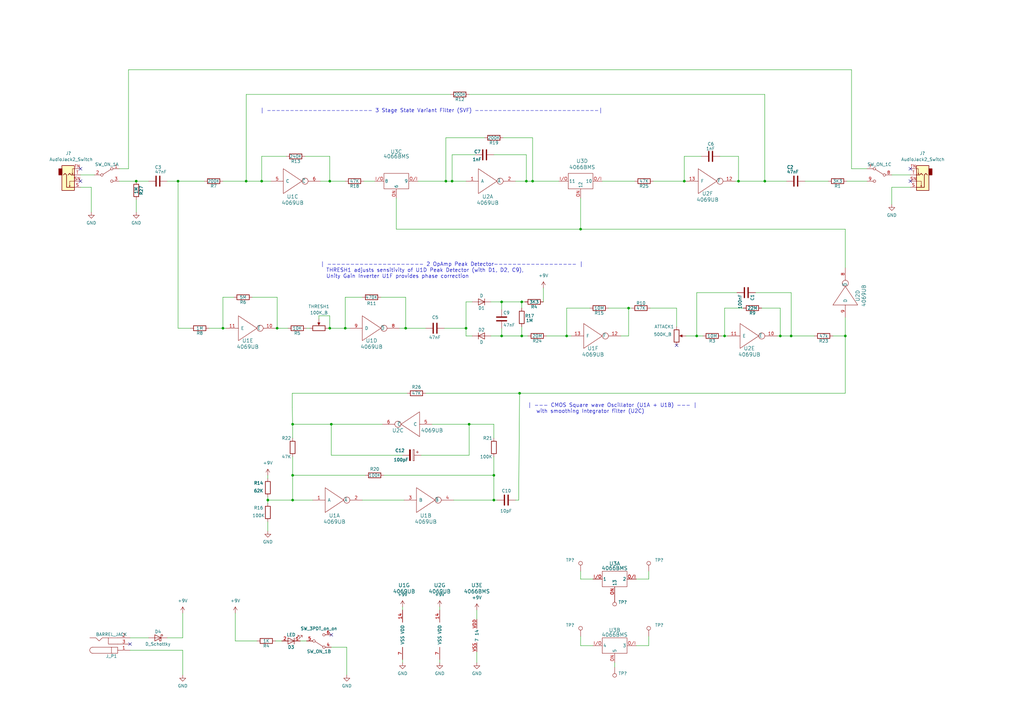
<source format=kicad_sch>
(kicad_sch (version 20211123) (generator eeschema)
  (paper "A3")
  (title_block (title "ENVELOPE THRESHER") (rev "R2") (comment 1 "4) Added Defibrilator mode (oscilator control)") (comment 2 "3) Added LO/HI bandwidth selecter") (comment 3 "2) Add low pass filter for EQ") (comment 4 "1) Added active filter for envelope attack"))
  (lib_symbols
    (symbol "4066bms:4066BMS" (pin_names (offset 0.381))
      (property "Reference" "U" (at 0 12.065 0))
      (property "Value" "4066BMS" (at 0 10.16 0))
      (symbol "4066BMS_1_1"
        (rectangle (start -5.08 3.175) (end 5.08 -3.175))
        (pin input line (at -8.89 0 0) (length 3.7592) (name "1") (number "I/O"))
        (pin input line (at 8.89 0 180) (length 3.7592) (name "2") (number "O/I"))
        (pin input line (at 0 -6.985 90) (length 3.7592) (name "13") (number "ON"))
      )
      (symbol "4066BMS_2_1"
        (rectangle (start -5.08 3.175) (end 5.08 -3.175))
        (pin input line (at -8.89 0 0) (length 3.7592) (name "4") (number "I/O"))
        (pin input line (at 8.89 0 180) (length 3.7592) (name "3") (number "O/I"))
        (pin input line (at 0 -6.985 90) (length 3.7592) (name "5") (number "ON"))
      )
      (symbol "4066BMS_3_1"
        (rectangle (start -5.08 3.175) (end 5.08 -3.175))
        (pin input line (at -8.89 0 0) (length 3.7592) (name "8") (number "I/O"))
        (pin input line (at 8.89 0 180) (length 3.7592) (name "9") (number "O/I"))
        (pin input line (at 0 -6.985 90) (length 3.7592) (name "6") (number "ON"))
      )
      (symbol "4066BMS_4_1"
        (rectangle (start -5.08 3.175) (end 5.08 -3.175))
        (pin input line (at -8.89 0 0) (length 3.7592) (name "11") (number "I/O"))
        (pin input line (at 8.89 0 180) (length 3.7592) (name "10") (number "O/I"))
        (pin input line (at 0 -6.985 90) (length 3.7592) (name "12") (number "ON"))
      )
      (symbol "4066BMS_5_1"
        (pin power_in line (at 0 6.985 270) (length 3.7592) (name "14") (number "VDD"))
        (pin power_in line (at 0 -6.35 90) (length 3.7592) (name "7") (number "VSS"))
      )
    )
    (symbol "4069ub:4069UB" (pin_names (offset 1.016))
      (property "Reference" "U" (at 0 15.24 0))
      (property "Value" "4069UB" (at 0 -13.97 0))
      (symbol "4069UB_1_1"
        (polyline (pts (xy -3.81 0) (xy -3.81 5.08) (xy 3.81 0) (xy -3.81 -5.08) (xy -3.81 0)))
        (circle (center 5.08 0) (radius 1.27))
        (pin input line (at -8.89 0 0) (length 5.08) (name "A") (number "1"))
        (pin output line (at 11.43 0 180) (length 5.08) (name "~{A}") (number "2"))
      )
      (symbol "4069UB_2_1"
        (polyline (pts (xy -3.81 5.08) (xy 3.81 0) (xy -3.81 -5.08) (xy -3.81 5.08)))
        (circle (center 5.08 0) (radius 1.27))
        (pin input line (at -8.89 0 0) (length 5.08) (name "B") (number "3"))
        (pin output line (at 11.43 0 180) (length 5.08) (name "~{B}") (number "4"))
      )
      (symbol "4069UB_3_1"
        (polyline (pts (xy -3.81 5.08) (xy 3.81 0) (xy -3.81 -5.08) (xy -3.81 5.08)))
        (circle (center 5.08 0) (radius 1.27))
        (circle (center 8.89 0) (radius 0.0001))
        (pin input line (at -8.89 0 0) (length 5.08) (name "C") (number "5"))
        (pin output line (at 11.43 0 180) (length 5.08) (name "~{C}") (number "6"))
      )
      (symbol "4069UB_4_1"
        (polyline (pts (xy -3.81 5.08) (xy 3.81 0) (xy -3.81 -5.08) (xy -3.81 5.08)))
        (circle (center 5.08 0) (radius 1.27))
        (pin output line (at 11.43 0 180) (length 5.08) (name "~{D}") (number "8"))
        (pin input line (at -8.89 0 0) (length 5.08) (name "D") (number "9"))
      )
      (symbol "4069UB_5_1"
        (polyline (pts (xy -3.81 5.08) (xy 3.81 0) (xy -3.81 -5.08) (xy -3.81 5.08)))
        (circle (center 5.08 0) (radius 1.27))
        (pin output line (at 11.43 0 180) (length 5.08) (name "~{E}") (number "10"))
        (pin input line (at -8.89 0 0) (length 5.08) (name "E") (number "11"))
      )
      (symbol "4069UB_6_1"
        (polyline (pts (xy -3.81 5.08) (xy 3.81 0) (xy -3.81 -5.08) (xy -3.81 5.08)))
        (circle (center 5.08 0) (radius 1.27))
        (pin output line (at 11.43 0 180) (length 5.08) (name "~{F}") (number "12"))
        (pin input line (at -8.89 0 0) (length 5.08) (name "F") (number "13"))
      )
      (symbol "4069UB_7_1"
        (pin power_in line (at 0 10.16 270) (length 5.08) (name "VDD") (number "14"))
        (pin power_in line (at 0 -10.16 90) (length 5.08) (name "VSS") (number "7"))
      )
    )
    (symbol "Connector:AudioJack2_Switch"
      (property "Reference" "J" (at 0 11.43 0))
      (property "Value" "AudioJack2_Switch" (at 0 8.89 0))
      (symbol "AudioJack2_Switch_0_1"
        (rectangle (start -2.54 0) (end -3.81 -2.54) (stroke (width 0.254)) (fill (type outline)))
        (rectangle (start 2.54 6.35) (end -2.54 -3.81) (stroke (width 0.254)) (fill (type background)))
      )
      (symbol "AudioJack2_Switch_1_1"
        (polyline (pts (xy 0.635 4.826) (xy 0.889 4.318)))
        (polyline (pts (xy 1.778 -0.254) (xy 2.032 -0.762)))
        (polyline (pts (xy 0 0) (xy 0.635 -0.635) (xy 1.27 0) (xy 2.54 0)) (stroke (width 0.254)))
        (polyline (pts (xy 2.54 -2.54) (xy 1.778 -2.54) (xy 1.778 -0.254) (xy 1.524 -0.762)))
        (polyline (pts (xy 2.54 2.54) (xy 0.635 2.54) (xy 0.635 4.826) (xy 0.381 4.318)))
        (polyline (pts (xy 2.54 5.08) (xy -0.635 5.08) (xy -0.635 0) (xy -1.27 -0.635) (xy -1.905 0)) (stroke (width 0.254)))
        (pin passive line (at 5.08 5.08 180) (length 2.54) (name "~") (number "S"))
        (pin passive line (at 5.08 2.54 180) (length 2.54) (name "~") (number "SN"))
        (pin passive line (at 5.08 0 180) (length 2.54) (name "~") (number "T"))
        (pin passive line (at 5.08 -2.54 180) (length 2.54) (name "~") (number "TN"))
      )
    )
    (symbol "Connector:TestPoint" (pin_numbers hide) (pin_names (offset 0.762) hide)
      (property "Reference" "TP" (at 0 6.858 0))
      (property "Value" "TestPoint" (at 0 5.08 0))
      (symbol "TestPoint_0_1"
        (circle (center 0 3.302) (radius 0.762))
      )
      (symbol "TestPoint_1_1"
        (pin passive line (at 0 0 90) (length 2.54) (name "1") (number "1"))
      )
    )
    (symbol "MXR_EnvelopeFilter-rescue:BARREL_JACK" (pin_names (offset 1.016))
      (property "Reference" "J" (at 0 4.953 0))
      (property "Value" "BARREL_JACK" (at 0 -3.937 0))
      (symbol "BARREL_JACK_0_1"
        (arc (start -8.89 2.54) (mid -8.5271 1.6254) (end -7.62 1.27))
        (arc (start -7.62 3.81) (mid -8.5088 3.4366) (end -8.89 2.54))
        (polyline (pts (xy -7.62 1.27) (xy 0 1.27)))
        (polyline (pts (xy 0 3.81) (xy -7.62 3.81)))
        (polyline (pts (xy 2.54 0) (xy -1.27 0) (xy -1.27 -2.54)))
        (polyline (pts (xy 2.54 -2.54) (xy -3.81 -2.54) (xy -5.08 -1.27) (xy -6.35 -2.54) (xy -8.89 -2.54)))
        (rectangle (start 2.54 3.81) (end 0 1.27))
      )
      (symbol "BARREL_JACK_1_1"
        (pin power_out line (at 7.62 2.54 180) (length 5.08) (name "~") (number "1"))
        (pin power_in line (at 7.62 -2.54 180) (length 5.08) (name "~") (number "2"))
        (pin passive line (at 7.62 0 180) (length 5.08) (name "~") (number "3"))
      )
    )
    (symbol "MXR_EnvelopeFilter-rescue:C" (pin_numbers hide) (pin_names (offset 0.254))
      (property "Reference" "C" (at 0.635 2.54 0))
      (property "Value" "C" (at 0.635 -2.54 0))
      (symbol "C_0_1"
        (polyline (pts (xy -2.032 -0.762) (xy 2.032 -0.762)) (stroke (width 0.508)))
        (polyline (pts (xy -2.032 0.762) (xy 2.032 0.762)) (stroke (width 0.508)))
      )
      (symbol "C_1_1"
        (pin passive line (at 0 3.81 270) (length 2.794) (name "~") (number "1"))
        (pin passive line (at 0 -3.81 90) (length 2.794) (name "~") (number "2"))
      )
    )
    (symbol "MXR_EnvelopeFilter-rescue:CP" (pin_numbers hide) (pin_names (offset 0.254))
      (property "Reference" "C" (at 0.635 2.54 0))
      (property "Value" "CP" (at 0.635 -2.54 0))
      (symbol "CP_0_1"
        (rectangle (start -2.286 0.508) (end -2.286 1.016))
        (rectangle (start -2.286 0.508) (end 2.286 0.508))
        (polyline (pts (xy -1.778 2.286) (xy -0.762 2.286)))
        (polyline (pts (xy -1.27 2.794) (xy -1.27 1.778)))
        (rectangle (start 2.286 -0.508) (end -2.286 -1.016) (fill (type outline)))
        (rectangle (start 2.286 1.016) (end -2.286 1.016))
        (rectangle (start 2.286 1.016) (end 2.286 0.508))
      )
      (symbol "CP_1_1"
        (pin passive line (at 0 3.81 270) (length 2.794) (name "~") (number "1"))
        (pin passive line (at 0 -3.81 90) (length 2.794) (name "~") (number "2"))
      )
    )
    (symbol "MXR_EnvelopeFilter-rescue:D" (pin_numbers hide) (pin_names (offset 1.016) hide)
      (property "Reference" "D" (at 0 2.54 0))
      (property "Value" "D" (at 0 -2.54 0))
      (symbol "D_0_1"
        (polyline (pts (xy -1.27 1.27) (xy -1.27 -1.27)) (stroke (width 0.2032)))
        (polyline (pts (xy 1.27 0) (xy -1.27 0)))
        (polyline (pts (xy 1.27 1.27) (xy 1.27 -1.27) (xy -1.27 0) (xy 1.27 1.27)) (stroke (width 0.2032)))
      )
      (symbol "D_1_1"
        (pin passive line (at -3.81 0 0) (length 2.54) (name "K") (number "1"))
        (pin passive line (at 3.81 0 180) (length 2.54) (name "A") (number "2"))
      )
    )
    (symbol "MXR_EnvelopeFilter-rescue:D_Schottky" (pin_numbers hide) (pin_names (offset 1.016) hide)
      (property "Reference" "D" (at 0 2.54 0))
      (property "Value" "D_Schottky" (at 0 -2.54 0))
      (symbol "D_Schottky_0_1"
        (polyline (pts (xy 1.27 0) (xy -1.27 0)))
        (polyline (pts (xy 1.27 1.27) (xy 1.27 -1.27) (xy -1.27 0) (xy 1.27 1.27)) (stroke (width 0.2032)))
        (polyline (pts (xy -1.905 0.635) (xy -1.905 1.27) (xy -1.27 1.27) (xy -1.27 -1.27) (xy -0.635 -1.27) (xy -0.635 -0.635)) (stroke (width 0.2032)))
      )
      (symbol "D_Schottky_1_1"
        (pin passive line (at -3.81 0 0) (length 2.54) (name "K") (number "1"))
        (pin passive line (at 3.81 0 180) (length 2.54) (name "A") (number "2"))
      )
    )
    (symbol "MXR_EnvelopeFilter-rescue:LED" (pin_names (offset 1.016) hide)
      (property "Reference" "D" (at 0 2.54 0))
      (property "Value" "LED" (at 0 -2.54 0))
      (symbol "LED_0_1"
        (polyline (pts (xy -1.27 -1.27) (xy -1.27 1.27)) (stroke (width 0.2032)))
        (polyline (pts (xy -1.27 0) (xy 1.27 0)))
        (polyline (pts (xy 1.27 -1.27) (xy 1.27 1.27) (xy -1.27 0) (xy 1.27 -1.27)) (stroke (width 0.2032)))
        (polyline (pts (xy -3.048 -0.762) (xy -4.572 -2.286) (xy -3.81 -2.286) (xy -4.572 -2.286) (xy -4.572 -1.524)))
        (polyline (pts (xy -1.778 -0.762) (xy -3.302 -2.286) (xy -2.54 -2.286) (xy -3.302 -2.286) (xy -3.302 -1.524)))
      )
      (symbol "LED_1_1"
        (pin passive line (at -3.81 0 0) (length 2.54) (name "K") (number "1"))
        (pin passive line (at 3.81 0 180) (length 2.54) (name "A") (number "2"))
      )
    )
    (symbol "MXR_EnvelopeFilter-rescue:POT" (pin_numbers hide) (pin_names (offset 1.016) hide)
      (property "Reference" "RV" (at -4.445 0 90))
      (property "Value" "POT" (at -2.54 0 90))
      (symbol "POT_0_1"
        (polyline (pts (xy 2.54 0) (xy 1.524 0)))
        (polyline (pts (xy 1.143 0) (xy 2.286 0.508) (xy 2.286 -0.508)) (fill (type outline)))
        (rectangle (start 1.016 2.54) (end -1.016 -2.54) (stroke (width 0.254)))
      )
      (symbol "POT_1_1"
        (pin passive line (at 0 3.81 270) (length 1.27) (name "1") (number "1"))
        (pin passive line (at 3.81 0 180) (length 1.27) (name "2") (number "2"))
        (pin passive line (at 0 -3.81 90) (length 1.27) (name "3") (number "3"))
      )
    )
    (symbol "MXR_EnvelopeFilter-rescue:R" (pin_numbers hide) (pin_names (offset 0))
      (property "Reference" "R" (at 2.032 0 90))
      (property "Value" "R" (at 0 0 90))
      (symbol "R_0_1"
        (rectangle (start -1.016 -2.54) (end 1.016 2.54) (stroke (width 0.254)))
      )
      (symbol "R_1_1"
        (pin passive line (at 0 3.81 270) (length 1.27) (name "~") (number "1"))
        (pin passive line (at 0 -3.81 90) (length 1.27) (name "~") (number "2"))
      )
    )
    (symbol "power:+9V" (power) (pin_names (offset 0))
      (property "Value" "+9V" (at 0 3.556 0))
      (symbol "+9V_0_1"
        (polyline (pts (xy -0.762 1.27) (xy 0 2.54)))
        (polyline (pts (xy 0 0) (xy 0 2.54)))
        (polyline (pts (xy 0 2.54) (xy 0.762 1.27)))
      )
      (symbol "+9V_1_1"
        (pin power_in line (at 0 0 90) (length 0) hide (name "+9V") (number "1"))
      )
    )
    (symbol "power:GND" (power) (pin_names (offset 0))
      (property "Value" "GND" (at 0 -3.81 0))
      (symbol "GND_0_1"
        (polyline (pts (xy 0 0) (xy 0 -1.27) (xy 1.27 -1.27) (xy 0 -2.54) (xy -1.27 -1.27) (xy 0 -1.27)))
      )
      (symbol "GND_1_1"
        (pin power_in line (at 0 0 270) (length 0) hide (name "GND") (number "1"))
      )
    )
    (symbol "sw_custom:SW_3PDT_on_on" (pin_names (offset 0) hide)
      (property "Reference" "SW" (at 0 4.318 0))
      (property "Value" "SW_3PDT_on_on" (at 0 -5.08 0))
      (symbol "SW_3PDT_on_on_0_0"
        (circle (center -2.032 0) (radius 0.508))
        (circle (center 2.032 -2.54) (radius 0.508))
      )
      (symbol "SW_3PDT_on_on_0_1"
        (polyline (pts (xy -1.524 0.254) (xy 1.651 2.286)))
        (circle (center 2.032 2.54) (radius 0.508))
      )
      (symbol "SW_3PDT_on_on_1_1"
        (pin passive line (at 5.08 2.54 180) (length 2.54) (name "A") (number "1"))
        (pin passive line (at -5.08 0 0) (length 2.54) (name "B") (number "2"))
        (pin passive line (at 5.08 -2.54 180) (length 2.54) (name "C") (number "3"))
      )
      (symbol "SW_3PDT_on_on_2_1"
        (pin passive line (at 5.08 2.54 180) (length 2.54) (name "A") (number "4"))
        (pin passive line (at -5.08 0 0) (length 2.54) (name "B") (number "5"))
        (pin passive line (at 5.08 -2.54 180) (length 2.54) (name "C") (number "6"))
      )
      (symbol "SW_3PDT_on_on_3_1"
        (pin passive line (at 5.08 2.54 180) (length 2.54) (name "A") (number "7"))
        (pin passive line (at -5.08 0 0) (length 2.54) (name "B") (number "8"))
        (pin passive line (at 5.08 -2.54 180) (length 2.54) (name "C") (number "9"))
      )
    )
  )
  (junction (at 192.405 173.99))
  (junction (at 213.106 161.29))
  (junction (at 297.18 137.795))
  (junction (at 215.9 74.295))
  (junction (at 313.69 74.295))
  (junction (at 120.015 205.105))
  (junction (at 205.74 123.825))
  (junction (at 280.67 74.295))
  (junction (at 202.565 205.105))
  (junction (at 73.025 74.295))
  (junction (at 91.44 134.62))
  (junction (at 205.74 137.795))
  (junction (at 346.71 137.795))
  (junction (at 107.315 74.295))
  (junction (at 320.04 137.795))
  (junction (at 324.485 137.795))
  (junction (at 213.995 123.825))
  (junction (at 302.895 74.295))
  (junction (at 185.42 74.295))
  (junction (at 135.89 173.99))
  (junction (at 182.88 74.295))
  (junction (at 120.015 173.99))
  (junction (at 191.135 134.62))
  (junction (at 232.41 137.795))
  (junction (at 166.37 134.62))
  (junction (at 135.255 74.295))
  (junction (at 213.995 137.795))
  (junction (at 257.81 126.365))
  (junction (at 202.565 194.945))
  (junction (at 120.015 194.945))
  (junction (at 141.605 134.62))
  (junction (at 113.665 134.62))
  (junction (at 109.855 205.105))
  (junction (at 135.255 134.62))
  (junction (at 55.88 74.295))
  (junction (at 218.44 74.295))
  (junction (at 238.125 93.98))
  (junction (at 285.75 137.795))
  (junction (at 100.965 74.295))
  (no_connect (at 135.89 260.35))
  (no_connect (at 373.38 74.295))
  (no_connect (at 33.02 69.215))
  (no_connect (at 33.02 74.295))
  (no_connect (at 373.38 69.215))
  (no_connect (at 277.495 141.605))
  (no_connect (at 53.34 264.16))
  (wire (pts (xy 96.52 251.46) (xy 96.52 262.89)))
  (wire (pts (xy 295.275 64.135) (xy 302.895 64.135)))
  (wire (pts (xy 113.03 134.62) (xy 113.665 134.62)))
  (wire (pts (xy 119.888 161.29) (xy 167.005 161.29)))
  (wire (pts (xy 277.495 126.365) (xy 277.495 133.985)))
  (wire (pts (xy 100.965 74.295) (xy 107.315 74.295)))
  (wire (pts (xy 166.37 134.62) (xy 174.625 134.62)))
  (wire (pts (xy 91.44 121.92) (xy 95.885 121.92)))
  (wire (pts (xy 48.895 74.295) (xy 55.88 74.295)))
  (wire (pts (xy 53.34 261.62) (xy 60.96 261.62)))
  (wire (pts (xy 131.445 74.295) (xy 135.255 74.295)))
  (wire (pts (xy 134.62 134.62) (xy 135.255 134.62)))
  (wire (pts (xy 185.42 63.5) (xy 194.945 63.5)))
  (wire (pts (xy 149.86 194.945) (xy 120.015 194.945)))
  (wire (pts (xy 224.155 137.795) (xy 232.41 137.795)))
  (wire (pts (xy 162.56 93.98) (xy 238.125 93.98)))
  (wire (pts (xy 213.106 161.29) (xy 212.725 205.105)))
  (wire (pts (xy 213.995 123.825) (xy 213.995 126.365)))
  (wire (pts (xy 202.565 173.99) (xy 202.565 179.705)))
  (wire (pts (xy 213.995 137.795) (xy 216.535 137.795)))
  (wire (pts (xy 135.89 173.99) (xy 156.845 173.99)))
  (wire (pts (xy 171.45 74.295) (xy 182.88 74.295)))
  (wire (pts (xy 73.025 74.295) (xy 83.82 74.295)))
  (wire (pts (xy 195.58 254) (xy 195.58 250.19)))
  (wire (pts (xy 52.705 28.575) (xy 52.705 69.215)))
  (wire (pts (xy 302.895 74.295) (xy 313.69 74.295)))
  (wire (pts (xy 260.985 264.795) (xy 266.065 264.795)))
  (wire (pts (xy 285.75 137.795) (xy 285.75 120.015)))
  (wire (pts (xy 295.91 137.795) (xy 297.18 137.795)))
  (wire (pts (xy 52.705 69.215) (xy 48.895 69.215)))
  (wire (pts (xy 257.81 126.365) (xy 259.08 126.365)))
  (wire (pts (xy 55.88 74.295) (xy 60.96 74.295)))
  (wire (pts (xy 324.485 120.015) (xy 324.485 137.795)))
  (wire (pts (xy 113.665 134.62) (xy 118.11 134.62)))
  (wire (pts (xy 202.565 187.325) (xy 202.565 194.945)))
  (wire (pts (xy 109.855 217.805) (xy 109.855 213.995)))
  (wire (pts (xy 266.065 264.795) (xy 266.065 260.985)))
  (wire (pts (xy 198.755 56.515) (xy 182.88 56.515)))
  (wire (pts (xy 202.565 205.105) (xy 203.835 205.105)))
  (wire (pts (xy 107.315 74.295) (xy 107.315 64.135)))
  (wire (pts (xy 346.71 137.795) (xy 346.71 161.29)))
  (wire (pts (xy 238.125 234.315) (xy 238.125 237.49)))
  (wire (pts (xy 165.1 250.19) (xy 165.1 248.92)))
  (wire (pts (xy 320.04 126.365) (xy 320.04 137.795)))
  (wire (pts (xy 73.025 74.295) (xy 73.025 134.62)))
  (wire (pts (xy 135.255 129.54) (xy 135.255 134.62)))
  (wire (pts (xy 135.255 134.62) (xy 141.605 134.62)))
  (wire (pts (xy 257.81 137.795) (xy 257.81 126.365)))
  (wire (pts (xy 148.59 121.92) (xy 141.605 121.92)))
  (wire (pts (xy 192.405 173.99) (xy 202.565 173.99)))
  (wire (pts (xy 195.58 267.335) (xy 195.58 271.78)))
  (wire (pts (xy 205.74 137.795) (xy 213.995 137.795)))
  (wire (pts (xy 109.855 194.945) (xy 109.855 196.215)))
  (wire (pts (xy 135.89 173.99) (xy 135.89 186.69)))
  (wire (pts (xy 349.25 69.215) (xy 349.25 28.575)))
  (wire (pts (xy 302.895 64.135) (xy 302.895 74.295)))
  (wire (pts (xy 191.135 123.825) (xy 193.675 123.825)))
  (wire (pts (xy 355.6 69.215) (xy 349.25 69.215)))
  (wire (pts (xy 346.71 130.175) (xy 346.71 137.795)))
  (wire (pts (xy 252.095 271.78) (xy 252.095 273.685)))
  (wire (pts (xy 74.93 251.46) (xy 74.93 261.62)))
  (wire (pts (xy 243.205 264.795) (xy 238.125 264.795)))
  (wire (pts (xy 182.245 134.62) (xy 191.135 134.62)))
  (wire (pts (xy 324.485 137.795) (xy 334.01 137.795)))
  (wire (pts (xy 281.305 137.795) (xy 285.75 137.795)))
  (wire (pts (xy 280.67 74.295) (xy 281.305 74.295)))
  (wire (pts (xy 324.485 120.015) (xy 309.88 120.015)))
  (wire (pts (xy 107.315 64.135) (xy 117.475 64.135)))
  (wire (pts (xy 212.725 205.105) (xy 211.455 205.105)))
  (wire (pts (xy 33.02 71.755) (xy 38.735 71.755)))
  (wire (pts (xy 191.135 137.795) (xy 193.675 137.795)))
  (wire (pts (xy 100.965 74.295) (xy 100.965 38.735)))
  (wire (pts (xy 177.165 173.99) (xy 192.405 173.99)))
  (wire (pts (xy 142.24 276.86) (xy 142.24 265.43)))
  (wire (pts (xy 260.985 237.49) (xy 266.065 237.49)))
  (wire (pts (xy 113.03 262.89) (xy 115.57 262.89)))
  (wire (pts (xy 215.9 74.295) (xy 218.44 74.295)))
  (wire (pts (xy 135.89 186.69) (xy 165.1 186.69)))
  (wire (pts (xy 180.34 250.19) (xy 180.34 248.92)))
  (wire (pts (xy 249.555 126.365) (xy 257.81 126.365)))
  (wire (pts (xy 96.52 262.89) (xy 105.41 262.89)))
  (wire (pts (xy 238.125 93.98) (xy 346.71 93.98)))
  (wire (pts (xy 313.69 74.295) (xy 322.58 74.295)))
  (wire (pts (xy 215.265 123.825) (xy 213.995 123.825)))
  (wire (pts (xy 141.605 134.62) (xy 143.51 134.62)))
  (wire (pts (xy 185.42 74.295) (xy 185.42 63.5)))
  (wire (pts (xy 55.88 81.915) (xy 55.88 86.995)))
  (wire (pts (xy 142.24 265.43) (xy 135.89 265.43)))
  (wire (pts (xy 166.37 121.92) (xy 166.37 134.62)))
  (wire (pts (xy 205.74 123.825) (xy 205.74 127)))
  (wire (pts (xy 120.015 194.945) (xy 120.015 205.105)))
  (wire (pts (xy 113.665 121.92) (xy 103.505 121.92)))
  (wire (pts (xy 135.255 74.295) (xy 141.605 74.295)))
  (wire (pts (xy 192.405 186.69) (xy 192.405 173.99)))
  (wire (pts (xy 320.04 137.795) (xy 324.485 137.795)))
  (wire (pts (xy 91.44 74.295) (xy 100.965 74.295)))
  (wire (pts (xy 254.635 137.795) (xy 257.81 137.795)))
  (wire (pts (xy 247.015 74.295) (xy 260.35 74.295)))
  (wire (pts (xy 280.67 74.295) (xy 280.67 64.135)))
  (wire (pts (xy 123.19 262.89) (xy 125.73 262.89)))
  (wire (pts (xy 201.295 123.825) (xy 205.74 123.825)))
  (wire (pts (xy 120.015 173.99) (xy 135.89 173.99)))
  (wire (pts (xy 91.44 134.62) (xy 92.71 134.62)))
  (wire (pts (xy 162.56 93.98) (xy 162.56 81.28)))
  (wire (pts (xy 120.015 205.105) (xy 128.27 205.105)))
  (wire (pts (xy 74.93 276.86) (xy 74.93 266.7)))
  (wire (pts (xy 205.74 134.62) (xy 205.74 137.795)))
  (wire (pts (xy 156.21 121.92) (xy 166.37 121.92)))
  (wire (pts (xy 109.855 205.105) (xy 109.855 206.375)))
  (wire (pts (xy 120.015 187.325) (xy 120.015 194.945)))
  (wire (pts (xy 313.69 38.735) (xy 313.69 74.295)))
  (wire (pts (xy 318.77 137.795) (xy 320.04 137.795)))
  (wire (pts (xy 202.565 194.945) (xy 202.565 205.105)))
  (wire (pts (xy 135.255 64.135) (xy 135.255 74.295)))
  (wire (pts (xy 365.76 76.835) (xy 365.76 83.82)))
  (wire (pts (xy 218.44 56.515) (xy 206.375 56.515)))
  (wire (pts (xy 222.885 118.11) (xy 222.885 123.825)))
  (wire (pts (xy 285.75 137.795) (xy 288.29 137.795)))
  (wire (pts (xy 172.72 186.69) (xy 192.405 186.69)))
  (wire (pts (xy 68.58 261.62) (xy 74.93 261.62)))
  (wire (pts (xy 157.48 194.945) (xy 202.565 194.945)))
  (wire (pts (xy 149.225 74.295) (xy 153.67 74.295)))
  (wire (pts (xy 215.9 63.5) (xy 215.9 74.295)))
  (wire (pts (xy 297.18 137.795) (xy 297.18 126.365)))
  (wire (pts (xy 174.625 161.29) (xy 213.106 161.29)))
  (wire (pts (xy 91.44 134.62) (xy 91.44 121.92)))
  (wire (pts (xy 180.34 270.51) (xy 180.34 271.78)))
  (wire (pts (xy 205.74 123.825) (xy 213.995 123.825)))
  (wire (pts (xy 267.97 74.295) (xy 280.67 74.295)))
  (wire (pts (xy 33.02 76.835) (xy 37.465 76.835)))
  (wire (pts (xy 218.44 74.295) (xy 218.44 56.515)))
  (wire (pts (xy 100.965 38.735) (xy 184.785 38.735)))
  (wire (pts (xy 165.1 270.51) (xy 165.1 271.78)))
  (wire (pts (xy 213.995 137.795) (xy 213.995 133.985)))
  (wire (pts (xy 119.888 167.005) (xy 120.015 173.99)))
  (wire (pts (xy 211.455 74.295) (xy 215.9 74.295)))
  (wire (pts (xy 347.345 74.295) (xy 355.6 74.295)))
  (wire (pts (xy 346.71 93.98) (xy 346.71 109.855)))
  (wire (pts (xy 280.67 64.135) (xy 287.655 64.135)))
  (wire (pts (xy 297.18 126.365) (xy 304.8 126.365)))
  (wire (pts (xy 130.81 129.54) (xy 135.255 129.54)))
  (wire (pts (xy 373.38 71.755) (xy 365.76 71.755)))
  (wire (pts (xy 182.88 74.295) (xy 185.42 74.295)))
  (wire (pts (xy 125.73 134.62) (xy 127 134.62)))
  (wire (pts (xy 297.18 137.795) (xy 298.45 137.795)))
  (wire (pts (xy 163.83 134.62) (xy 166.37 134.62)))
  (wire (pts (xy 68.58 74.295) (xy 73.025 74.295)))
  (wire (pts (xy 37.465 76.835) (xy 37.465 86.995)))
  (wire (pts (xy 330.2 74.295) (xy 339.725 74.295)))
  (wire (pts (xy 266.065 237.49) (xy 266.065 234.315)))
  (wire (pts (xy 141.605 121.92) (xy 141.605 134.62)))
  (wire (pts (xy 285.75 120.015) (xy 302.26 120.015)))
  (wire (pts (xy 73.025 134.62) (xy 78.105 134.62)))
  (wire (pts (xy 232.41 137.795) (xy 232.41 126.365)))
  (wire (pts (xy 130.81 130.81) (xy 130.81 129.54)))
  (wire (pts (xy 107.315 74.295) (xy 111.125 74.295)))
  (wire (pts (xy 191.135 134.62) (xy 191.135 137.795)))
  (wire (pts (xy 373.38 76.835) (xy 365.76 76.835)))
  (wire (pts (xy 213.106 161.29) (xy 346.71 161.29)))
  (wire (pts (xy 301.625 74.295) (xy 302.895 74.295)))
  (wire (pts (xy 119.888 161.29) (xy 119.888 167.005)))
  (wire (pts (xy 266.7 126.365) (xy 277.495 126.365)))
  (wire (pts (xy 74.93 266.7) (xy 53.34 266.7)))
  (wire (pts (xy 192.405 38.735) (xy 313.69 38.735)))
  (wire (pts (xy 218.44 74.295) (xy 229.235 74.295)))
  (wire (pts (xy 232.41 126.365) (xy 241.935 126.365)))
  (wire (pts (xy 113.665 134.62) (xy 113.665 121.92)))
  (wire (pts (xy 186.055 205.105) (xy 202.565 205.105)))
  (wire (pts (xy 201.295 137.795) (xy 205.74 137.795)))
  (wire (pts (xy 238.125 264.795) (xy 238.125 260.985)))
  (wire (pts (xy 120.015 173.99) (xy 120.015 179.705)))
  (wire (pts (xy 238.125 81.28) (xy 238.125 93.98)))
  (wire (pts (xy 232.41 137.795) (xy 234.315 137.795)))
  (wire (pts (xy 109.855 203.835) (xy 109.855 205.105)))
  (wire (pts (xy 125.095 64.135) (xy 135.255 64.135)))
  (wire (pts (xy 148.59 205.105) (xy 165.735 205.105)))
  (wire (pts (xy 341.63 137.795) (xy 346.71 137.795)))
  (wire (pts (xy 191.135 123.825) (xy 191.135 134.62)))
  (wire (pts (xy 85.725 134.62) (xy 91.44 134.62)))
  (wire (pts (xy 109.855 205.105) (xy 120.015 205.105)))
  (wire (pts (xy 182.88 56.515) (xy 182.88 74.295)))
  (wire (pts (xy 185.42 74.295) (xy 191.135 74.295)))
  (wire (pts (xy 202.565 63.5) (xy 215.9 63.5)))
  (wire (pts (xy 243.205 237.49) (xy 238.125 237.49)))
  (wire (pts (xy 349.25 28.575) (xy 52.705 28.575)))
  (wire (pts (xy 312.42 126.365) (xy 320.04 126.365)))
  (text "| --- CMOS Square wave Oscillator (U1A + U1B) --- |\n   with smoothing Integrator filter (U2C)" (at 216.408 169.672 0) (effects (font (size 1.524 1.524)) (justify left bottom)))
  (text "| --------------------- 2 OpAmp Peak Detector------------------ |\n  THRESH1 adjusts sensitivity of U1D Peak Detector (with D1, D2, C9), \n  Unity Gain Inverter U1F provides phase correction\n" (at 131.445 114.3 0) (effects (font (size 1.524 1.524)) (justify left bottom)))
  (text "| ----------------------- 3 Stage State Variant Filter (SVF) ---------------------------|" (at 106.68 46.355 0) (effects (font (size 1.524 1.524)) (justify left bottom)))
  (symbol (lib_id "MXR_EnvelopeFilter-rescue:C") (at 64.77 74.295 270) (unit 1)
    (property "Reference" "C3" (at 63.5 68.58 90) (effects (justify left)))
    (property "Value" "47nF" (at 63.5 70.485 90) (effects (justify left)))
  )
  (symbol (lib_id "MXR_EnvelopeFilter-rescue:R") (at 87.63 74.295 270) (unit 1)
    (property "Reference" "R7" (at 87.63 76.327 90))
    (property "Value" "200K" (at 87.63 74.295 90))
  )
  (symbol (lib_id "MXR_EnvelopeFilter-rescue:R") (at 121.285 64.135 270) (unit 1)
    (property "Reference" "R13" (at 121.285 66.167 90))
    (property "Value" "240K" (at 121.285 64.135 90))
  )
  (symbol (lib_id "MXR_EnvelopeFilter-rescue:R") (at 145.415 74.295 270) (unit 1)
    (property "Reference" "R18" (at 145.415 76.327 90))
    (property "Value" "47K" (at 145.415 74.295 90))
  )
  (symbol (lib_id "MXR_EnvelopeFilter-rescue:R") (at 264.16 74.295 270) (unit 1)
    (property "Reference" "R25" (at 264.16 76.327 90))
    (property "Value" "47K" (at 264.16 74.295 90))
  )
  (symbol (lib_id "MXR_EnvelopeFilter-rescue:C") (at 291.465 64.135 270) (unit 1)
    (property "Reference" "C6" (at 290.195 59.055 90) (effects (justify left)))
    (property "Value" "1nF" (at 289.56 60.96 90) (effects (justify left)))
  )
  (symbol (lib_id "MXR_EnvelopeFilter-rescue:C") (at 326.39 74.295 270) (unit 1)
    (property "Reference" "C2" (at 322.58 68.58 90) (effects (font bold) (justify left)))
    (property "Value" "47nF" (at 322.58 70.485 90) (effects (font bold) (justify left)))
  )
  (symbol (lib_id "MXR_EnvelopeFilter-rescue:R") (at 343.535 74.295 270) (unit 1)
    (property "Reference" "R1" (at 343.535 76.327 90))
    (property "Value" "3K3" (at 343.535 74.295 90))
  )
  (symbol (lib_id "MXR_EnvelopeFilter-rescue:R") (at 81.915 134.62 270) (unit 1)
    (property "Reference" "R8" (at 81.915 136.652 90))
    (property "Value" "1M" (at 81.915 134.62 90))
  )
  (symbol (lib_id "MXR_EnvelopeFilter-rescue:R") (at 121.92 134.62 270) (unit 1)
    (property "Reference" "R5" (at 121.92 136.652 90))
    (property "Value" "10K" (at 121.92 134.62 90))
  )
  (symbol (lib_id "MXR_EnvelopeFilter-rescue:R") (at 99.695 121.92 270) (unit 1)
    (property "Reference" "R6" (at 99.695 123.952 90))
    (property "Value" "5M" (at 99.695 121.92 90))
  )
  (symbol (lib_id "MXR_EnvelopeFilter-rescue:POT") (at 130.81 134.62 90) (unit 1)
    (property "Reference" "THRESH1" (at 130.81 125.73 90))
    (property "Value" "100K_B" (at 130.81 128.27 90))
  )
  (symbol (lib_id "MXR_EnvelopeFilter-rescue:R") (at 152.4 121.92 270) (unit 1)
    (property "Reference" "R11" (at 152.4 124.46 90))
    (property "Value" "470K" (at 152.4 121.92 90))
  )
  (symbol (lib_id "MXR_EnvelopeFilter-rescue:C") (at 178.435 134.62 270) (unit 1)
    (property "Reference" "C5" (at 177.165 130.175 90) (effects (justify left)))
    (property "Value" "47nF" (at 175.895 138.43 90) (effects (justify left)))
  )
  (symbol (lib_id "MXR_EnvelopeFilter-rescue:D") (at 197.485 123.825 180) (unit 1)
    (property "Reference" "D1" (at 197.485 126.365 0))
    (property "Value" "D" (at 197.485 121.285 0))
  )
  (symbol (lib_id "MXR_EnvelopeFilter-rescue:D") (at 197.485 137.795 0) (unit 1)
    (property "Reference" "D2" (at 197.485 135.255 0))
    (property "Value" "D" (at 197.485 140.335 0))
  )
  (symbol (lib_id "MXR_EnvelopeFilter-rescue:C") (at 205.74 130.81 0) (unit 1)
    (property "Reference" "C9" (at 206.375 128.27 0) (effects (justify left)))
    (property "Value" "47nF" (at 206.375 133.35 0) (effects (justify left)))
  )
  (symbol (lib_id "MXR_EnvelopeFilter-rescue:R") (at 213.995 130.175 0) (unit 1)
    (property "Reference" "R17" (at 217.17 129.54 0))
    (property "Value" "1M" (at 217.17 131.445 0))
  )
  (symbol (lib_id "MXR_EnvelopeFilter-rescue:R") (at 220.345 137.795 270) (unit 1)
    (property "Reference" "R24" (at 220.345 139.827 90))
    (property "Value" "20M" (at 220.345 137.795 90))
  )
  (symbol (lib_id "MXR_EnvelopeFilter-rescue:R") (at 245.745 126.365 270) (unit 1)
    (property "Reference" "R15" (at 245.745 128.397 90))
    (property "Value" "10M" (at 245.745 126.365 90))
  )
  (symbol (lib_id "MXR_EnvelopeFilter-rescue:R") (at 262.89 126.365 90) (unit 1)
    (property "Reference" "R10" (at 262.89 124.333 90))
    (property "Value" "47K" (at 262.89 126.365 90))
  )
  (symbol (lib_id "MXR_EnvelopeFilter-rescue:R") (at 292.1 137.795 270) (unit 1)
    (property "Reference" "R3" (at 292.1 139.827 90))
    (property "Value" "10M" (at 292.1 137.795 90))
  )
  (symbol (lib_id "MXR_EnvelopeFilter-rescue:R") (at 308.61 126.365 270) (unit 1)
    (property "Reference" "R9" (at 308.61 128.397 90))
    (property "Value" "22M" (at 308.61 126.365 90))
  )
  (symbol (lib_id "MXR_EnvelopeFilter-rescue:C") (at 306.07 120.015 270) (unit 1)
    (property "Reference" "C1" (at 308.61 120.65 0) (effects (justify left)))
    (property "Value" "100nF" (at 303.53 120.65 0) (effects (justify left)))
  )
  (symbol (lib_id "4069ub:4069UB") (at 200.025 74.295 0) (unit 1)
    (property "Reference" "U2" (at 200.025 80.645 0) (effects (font (size 1.524 1.524))))
    (property "Value" "4069UB" (at 200.025 83.185 0) (effects (font (size 1.524 1.524))))
    (property "Footprint" "Housings_SOIC:SOIC-14_3.9x8.7mm_Pitch1.27mm" (effects hide))
  )
  (symbol (lib_id "4069ub:4069UB") (at 120.015 74.295 0) (unit 3)
    (property "Reference" "U1" (at 120.015 80.645 0) (effects (font (size 1.524 1.524))))
    (property "Value" "4069UB" (at 120.015 83.185 0) (effects (font (size 1.524 1.524))))
    (property "Footprint" "Housings_SSOP:TSSOP-14_4.4x5mm_Pitch0.65mm" (effects hide))
  )
  (symbol (lib_id "4069ub:4069UB") (at 152.4 134.62 0) (unit 4)
    (property "Reference" "U1" (at 152.4 139.7 0) (effects (font (size 1.524 1.524))))
    (property "Value" "4069UB" (at 152.4 142.24 0) (effects (font (size 1.524 1.524))))
    (property "Footprint" "Housings_SSOP:TSSOP-14_4.4x5mm_Pitch0.65mm" (effects hide))
  )
  (symbol (lib_id "4069ub:4069UB") (at 101.6 134.62 0) (unit 5)
    (property "Reference" "U1" (at 101.6 139.7 0) (effects (font (size 1.524 1.524))))
    (property "Value" "4069UB" (at 101.6 142.24 0) (effects (font (size 1.524 1.524))))
    (property "Footprint" "Housings_SSOP:TSSOP-14_4.4x5mm_Pitch0.65mm" (effects hide))
  )
  (symbol (lib_id "4069ub:4069UB") (at 290.195 74.295 0) (unit 6)
    (property "Reference" "U2" (at 290.195 79.375 0) (effects (font (size 1.524 1.524))))
    (property "Value" "4069UB" (at 290.195 81.915 0) (effects (font (size 1.524 1.524))))
    (property "Footprint" "Housings_SOIC:SOIC-14_3.9x8.7mm_Pitch1.27mm" (effects hide))
  )
  (symbol (lib_id "4069ub:4069UB") (at 165.1 260.35 0) (unit 7)
    (property "Reference" "U1" (at 165.735 240.03 0) (effects (font (size 1.524 1.524))))
    (property "Value" "4069UB" (at 165.735 242.57 0) (effects (font (size 1.524 1.524))))
    (property "Footprint" "Housings_SSOP:TSSOP-14_4.4x5mm_Pitch0.65mm" (effects hide))
  )
  (symbol (lib_id "MXR_EnvelopeFilter-rescue:R") (at 337.82 137.795 270) (unit 1)
    (property "Reference" "R23" (at 337.82 139.827 90))
    (property "Value" "47k" (at 337.82 137.795 90))
  )
  (symbol (lib_id "MXR_EnvelopeFilter-rescue:CP") (at 168.91 186.69 270) (unit 1)
    (property "Reference" "C12" (at 161.925 184.785 90) (effects (font bold) (justify left)))
    (property "Value" "100pF" (at 161.29 188.595 90) (effects (font bold) (justify left)))
  )
  (symbol (lib_id "MXR_EnvelopeFilter-rescue:R") (at 170.815 161.29 270) (unit 1)
    (property "Reference" "R26" (at 170.815 158.75 90))
    (property "Value" "47K" (at 170.815 161.29 90))
  )
  (symbol (lib_id "MXR_EnvelopeFilter-rescue:R") (at 153.67 194.945 270) (unit 1)
    (property "Reference" "R20" (at 153.67 192.405 90))
    (property "Value" "100K" (at 153.67 194.945 90))
  )
  (symbol (lib_id "MXR_EnvelopeFilter-rescue:R") (at 120.015 183.515 180) (unit 1)
    (property "Reference" "R22" (at 117.475 179.705 0))
    (property "Value" "47K" (at 117.475 187.325 0))
  )
  (symbol (lib_id "MXR_EnvelopeFilter-rescue:C") (at 207.645 205.105 270) (unit 1)
    (property "Reference" "C10" (at 205.74 201.295 90) (effects (justify left)))
    (property "Value" "10pF" (at 205.105 209.55 90) (effects (justify left)))
  )
  (symbol (lib_id "MXR_EnvelopeFilter-rescue:R") (at 109.855 200.025 0) (unit 1)
    (property "Reference" "R14" (at 106.045 198.12 0) (effects (font bold)))
    (property "Value" "62K" (at 106.045 201.295 0) (effects (font bold)))
  )
  (symbol (lib_id "MXR_EnvelopeFilter-rescue:R") (at 109.855 210.185 0) (unit 1)
    (property "Reference" "R16" (at 106.045 208.28 0))
    (property "Value" "100K" (at 106.045 211.455 0))
  )
  (symbol (lib_id "MXR_EnvelopeFilter-rescue:R") (at 202.565 183.515 0) (unit 1)
    (property "Reference" "R21" (at 200.025 179.705 0))
    (property "Value" "100K" (at 199.39 187.325 0))
  )
  (symbol (lib_id "4069ub:4069UB") (at 137.16 205.105 0) (unit 1)
    (property "Reference" "U1" (at 137.16 211.455 0) (effects (font (size 1.524 1.524))))
    (property "Value" "4069UB" (at 137.16 213.995 0) (effects (font (size 1.524 1.524))))
    (property "Footprint" "Housings_SSOP:TSSOP-14_4.4x5mm_Pitch0.65mm" (effects hide))
  )
  (symbol (lib_id "4069ub:4069UB") (at 174.625 205.105 0) (unit 2)
    (property "Reference" "U1" (at 174.625 211.455 0) (effects (font (size 1.524 1.524))))
    (property "Value" "4069UB" (at 174.625 213.995 0) (effects (font (size 1.524 1.524))))
    (property "Footprint" "Housings_SSOP:TSSOP-14_4.4x5mm_Pitch0.65mm" (effects hide))
  )
  (symbol (lib_id "4069ub:4069UB") (at 168.275 173.99 180) (unit 3)
    (property "Reference" "U2" (at 163.195 176.53 0) (effects (font (size 1.524 1.524))))
    (property "Value" "4069UB" (at 177.165 176.53 0) (effects (font (size 1.524 1.524))))
    (property "Footprint" "Housings_SOIC:SOIC-14_3.9x8.7mm_Pitch1.27mm" (effects hide))
  )
  (symbol (lib_id "4069ub:4069UB") (at 346.71 121.285 90) (unit 4)
    (property "Reference" "U2" (at 351.79 121.285 0) (effects (font (size 1.524 1.524))))
    (property "Value" "4069UB" (at 354.33 121.285 0) (effects (font (size 1.524 1.524))))
    (property "Footprint" "Housings_SOIC:SOIC-14_3.9x8.7mm_Pitch1.27mm" (effects hide))
  )
  (symbol (lib_id "4069ub:4069UB") (at 307.34 137.795 0) (unit 5)
    (property "Reference" "U2" (at 307.34 142.875 0) (effects (font (size 1.524 1.524))))
    (property "Value" "4069UB" (at 307.34 145.415 0) (effects (font (size 1.524 1.524))))
    (property "Footprint" "Housings_SOIC:SOIC-14_3.9x8.7mm_Pitch1.27mm" (effects hide))
  )
  (symbol (lib_id "4069ub:4069UB") (at 243.205 137.795 0) (unit 6)
    (property "Reference" "U1" (at 243.205 142.875 0) (effects (font (size 1.524 1.524))))
    (property "Value" "4069UB" (at 243.205 145.415 0) (effects (font (size 1.524 1.524))))
    (property "Footprint" "Housings_SSOP:TSSOP-14_4.4x5mm_Pitch0.65mm" (effects hide))
  )
  (symbol (lib_id "4069ub:4069UB") (at 180.34 260.35 0) (unit 7)
    (property "Reference" "U2" (at 180.34 240.03 0) (effects (font (size 1.524 1.524))))
    (property "Value" "4069UB" (at 180.34 242.57 0) (effects (font (size 1.524 1.524))))
    (property "Footprint" "Housings_SOIC:SOIC-14_3.9x8.7mm_Pitch1.27mm" (effects hide))
  )
  (symbol (lib_id "MXR_EnvelopeFilter-rescue:POT") (at 277.495 137.795 0) (unit 1)
    (property "Reference" "ATTACK1" (at 272.415 133.985 0))
    (property "Value" "500K_B" (at 271.78 137.16 0))
  )
  (symbol (lib_id "MXR_EnvelopeFilter-rescue:R") (at 188.595 38.735 270) (unit 1)
    (property "Reference" "R12" (at 188.595 40.767 90))
    (property "Value" "200K" (at 188.595 38.735 90))
  )
  (symbol (lib_id "MXR_EnvelopeFilter-rescue:R") (at 202.565 56.515 270) (unit 1)
    (property "Reference" "R19" (at 202.565 58.547 90))
    (property "Value" "200K" (at 202.565 56.515 90))
  )
  (symbol (lib_id "MXR_EnvelopeFilter-rescue:D_Schottky") (at 64.77 261.62 0) (mirror y) (unit 1)
    (property "Reference" "D4" (at 64.77 259.08 0))
    (property "Value" "D_Schottky" (at 64.77 264.16 0))
  )
  (symbol (lib_id "MXR_EnvelopeFilter-rescue:BARREL_JACK") (at 45.72 264.16 0) (mirror x) (unit 1)
    (property "Reference" "J_P1" (at 45.72 269.113 0))
    (property "Value" "BARREL_JACK" (at 45.72 260.223 0))
  )
  (symbol (lib_id "MXR_EnvelopeFilter-rescue:R") (at 219.075 123.825 270) (unit 1)
    (property "Reference" "R4" (at 219.075 125.857 90))
    (property "Value" "3K3" (at 219.075 123.825 90))
  )
  (symbol (lib_id "MXR_EnvelopeFilter-rescue:C") (at 198.755 63.5 270) (unit 1)
    (property "Reference" "C7" (at 194.31 62.23 90) (effects (font bold) (justify left)))
    (property "Value" "1nF" (at 193.675 65.405 90) (effects (font bold) (justify left)))
  )
  (symbol (lib_id "sw_custom:SW_3PDT_on_on") (at 43.815 71.755 0) (unit 1)
    (property "Reference" "SW_ON_1" (at 43.815 67.437 0))
    (property "Value" "SW_3PDT_on_on" (effects hide))
  )
  (symbol (lib_id "sw_custom:SW_3PDT_on_on") (at 360.68 71.755 0) (mirror y) (unit 3)
    (property "Reference" "SW_ON_1" (at 360.68 67.437 0))
    (property "Value" "SW_3PDT_on_on" (effects hide))
  )
  (symbol (lib_id "sw_custom:SW_3PDT_on_on") (at 130.81 262.89 0) (mirror x) (unit 2)
    (property "Reference" "SW_ON_1" (at 130.81 267.208 0))
    (property "Value" "SW_3PDT_on_on" (at 130.81 257.81 0))
  )
  (symbol (lib_id "4066bms:4066BMS") (at 252.095 237.49 0) (unit 1)
    (property "Reference" "U3" (at 252.095 231.14 0) (effects (font (size 1.524 1.524))))
    (property "Value" "4066BMS" (at 252.095 233.045 0) (effects (font (size 1.524 1.524))))
  )
  (symbol (lib_id "4066bms:4066BMS") (at 252.095 264.795 0) (unit 2)
    (property "Reference" "U3" (at 252.095 258.445 0) (effects (font (size 1.524 1.524))))
    (property "Value" "4066BMS" (at 252.095 260.35 0) (effects (font (size 1.524 1.524))))
  )
  (symbol (lib_id "4066bms:4066BMS") (at 162.56 74.295 0) (unit 3)
    (property "Reference" "U3" (at 162.56 62.23 0) (effects (font (size 1.524 1.524))))
    (property "Value" "4066BMS" (at 162.56 64.135 0) (effects (font (size 1.524 1.524))))
  )
  (symbol (lib_id "4066bms:4066BMS") (at 238.125 74.295 0) (unit 4)
    (property "Reference" "U3" (at 238.76 66.04 0) (effects (font (size 1.524 1.524))))
    (property "Value" "4066BMS" (at 238.76 68.58 0) (effects (font (size 1.524 1.524))))
  )
  (symbol (lib_id "MXR_EnvelopeFilter-rescue:LED") (at 119.38 262.89 180) (unit 1)
    (property "Reference" "D3" (at 119.38 265.43 0))
    (property "Value" "LED" (at 119.38 260.35 0))
  )
  (symbol (lib_id "MXR_EnvelopeFilter-rescue:R") (at 109.22 262.89 270) (unit 1)
    (property "Reference" "R4" (at 109.22 264.922 90))
    (property "Value" "1K" (at 109.22 262.89 90))
  )
  (symbol (lib_id "4066bms:4066BMS") (at 195.58 260.985 0) (unit 5)
    (property "Reference" "U3" (at 195.58 240.03 0) (effects (font (size 1.524 1.524))))
    (property "Value" "4066BMS" (at 195.58 242.57 0) (effects (font (size 1.524 1.524))))
  )
  (symbol (lib_id "MXR_EnvelopeFilter-rescue:R") (at 55.88 78.105 0) (unit 1)
    (property "Reference" "R27" (at 57.912 78.105 90) (effects (font bold)))
    (property "Value" "1M" (at 55.88 78.105 90) (effects (font bold)))
  )
  (symbol (lib_id "power:+9V") (at 109.855 194.945 0) (unit 1)
    (property "Reference" "#PWR?" (effects hide))
    (property "Value" "+9V" (at 109.855 189.865 0))
  )
  (symbol (lib_id "power:GND") (at 37.465 86.995 0) (unit 1)
    (property "Reference" "#PWR?" (effects hide))
    (property "Value" "GND" (at 37.465 91.44 0))
  )
  (symbol (lib_id "Connector:AudioJack2_Switch") (at 378.46 71.755 180) (unit 1)
    (property "Reference" "J?" (at 377.19 62.865 0) (effects (justify right)))
    (property "Value" "AudioJack2_Switch" (at 369.57 65.405 0) (effects (justify right)))
  )
  (symbol (lib_id "power:GND") (at 165.1 271.78 0) (unit 1)
    (property "Reference" "#PWR?" (effects hide))
    (property "Value" "GND" (at 165.1 276.225 0))
  )
  (symbol (lib_id "power:GND") (at 142.24 276.86 0) (unit 1)
    (property "Reference" "#PWR?" (effects hide))
    (property "Value" "GND" (at 142.24 281.305 0))
  )
  (symbol (lib_id "power:+9V") (at 74.93 251.46 0) (unit 1)
    (property "Reference" "#PWR?" (effects hide))
    (property "Value" "+9V" (at 74.93 246.38 0))
  )
  (symbol (lib_id "power:+9V") (at 222.885 118.11 0) (unit 1)
    (property "Reference" "#PWR?" (effects hide))
    (property "Value" "+9V" (at 222.885 113.03 0))
  )
  (symbol (lib_id "power:+9V") (at 195.58 250.19 0) (unit 1)
    (property "Reference" "#PWR?" (effects hide))
    (property "Value" "+9V" (at 195.58 245.11 0))
  )
  (symbol (lib_id "power:+9V") (at 96.52 251.46 0) (unit 1)
    (property "Reference" "#PWR?" (effects hide))
    (property "Value" "+9V" (at 96.52 246.38 0))
  )
  (symbol (lib_id "power:GND") (at 365.76 83.82 0) (unit 1)
    (property "Reference" "#PWR?" (effects hide))
    (property "Value" "GND" (at 365.76 88.265 0))
  )
  (symbol (lib_id "power:GND") (at 74.93 276.86 0) (unit 1)
    (property "Reference" "#PWR?" (effects hide))
    (property "Value" "GND" (at 74.93 281.305 0))
  )
  (symbol (lib_id "power:GND") (at 195.58 271.78 0) (unit 1)
    (property "Reference" "#PWR?" (effects hide))
    (property "Value" "GND" (at 195.58 276.225 0))
  )
  (symbol (lib_id "Connector:TestPoint") (at 266.065 260.985 0) (unit 1)
    (property "Reference" "TP?" (at 268.605 256.4129 0) (effects (justify left)))
    (property "Value" "TestPoint" (effects hide))
    (property "Footprint" "TestPoint:TestPoint_Pad_D1.0mm" (effects hide))
  )
  (symbol (lib_id "Connector:AudioJack2_Switch") (at 27.94 71.755 0) (mirror x) (unit 1)
    (property "Reference" "J?" (at 29.21 62.865 0) (effects (justify right)))
    (property "Value" "AudioJack2_Switch" (at 38.1 65.405 0) (effects (justify right)))
  )
  (symbol (lib_id "power:GND") (at 109.855 217.805 0) (unit 1)
    (property "Reference" "#PWR?" (effects hide))
    (property "Value" "GND" (at 109.855 222.25 0))
  )
  (symbol (lib_id "Connector:TestPoint") (at 252.095 244.475 180) (unit 1)
    (property "Reference" "TP?" (at 257.175 247.015 0) (effects (justify left)))
    (property "Value" "TestPoint" (effects hide))
    (property "Footprint" "TestPoint:TestPoint_Pad_D1.0mm" (effects hide))
  )
  (symbol (lib_id "Connector:TestPoint") (at 252.095 273.685 180) (unit 1)
    (property "Reference" "TP?" (at 257.175 276.225 0) (effects (justify left)))
    (property "Value" "TestPoint" (effects hide))
    (property "Footprint" "TestPoint:TestPoint_Pad_D1.0mm" (effects hide))
  )
  (symbol (lib_id "power:+9V") (at 180.34 248.92 0) (unit 1)
    (property "Reference" "#PWR?" (effects hide))
    (property "Value" "+9V" (at 180.34 243.84 0))
  )
  (symbol (lib_id "power:GND") (at 180.34 271.78 0) (unit 1)
    (property "Reference" "#PWR?" (effects hide))
    (property "Value" "GND" (at 180.34 276.225 0))
  )
  (symbol (lib_id "power:+9V") (at 165.1 248.92 0) (unit 1)
    (property "Reference" "#PWR?" (effects hide))
    (property "Value" "+9V" (at 165.1 243.84 0))
  )
  (symbol (lib_id "Connector:TestPoint") (at 266.065 234.315 0) (unit 1)
    (property "Reference" "TP?" (at 268.605 229.7429 0) (effects (justify left)))
    (property "Value" "TestPoint" (effects hide))
    (property "Footprint" "TestPoint:TestPoint_Pad_D1.0mm" (effects hide))
  )
  (symbol (lib_id "Connector:TestPoint") (at 238.125 260.985 0) (mirror y) (unit 1)
    (property "Reference" "TP?" (at 235.585 256.4129 0) (effects (justify left)))
    (property "Value" "TestPoint" (effects hide))
    (property "Footprint" "TestPoint:TestPoint_Pad_D1.0mm" (effects hide))
  )
  (symbol (lib_id "Connector:TestPoint") (at 238.125 234.315 0) (mirror y) (unit 1)
    (property "Reference" "TP?" (at 235.585 229.7429 0) (effects (justify left)))
    (property "Value" "TestPoint" (effects hide))
    (property "Footprint" "TestPoint:TestPoint_Pad_D1.0mm" (effects hide))
  )
  (symbol (lib_id "power:GND") (at 55.88 86.995 0) (unit 1)
    (property "Reference" "#PWR?" (effects hide))
    (property "Value" "GND" (at 55.88 91.44 0))
  )
)
</source>
